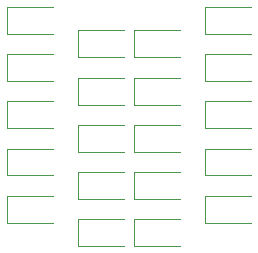
<source format=gbr>
%TF.GenerationSoftware,KiCad,Pcbnew,8.0.3*%
%TF.CreationDate,2024-07-13T00:09:23+02:00*%
%TF.ProjectId,Led Nixie,4c656420-4e69-4786-9965-2e6b69636164,rev?*%
%TF.SameCoordinates,Original*%
%TF.FileFunction,Legend,Top*%
%TF.FilePolarity,Positive*%
%FSLAX46Y46*%
G04 Gerber Fmt 4.6, Leading zero omitted, Abs format (unit mm)*
G04 Created by KiCad (PCBNEW 8.0.3) date 2024-07-13 00:09:23*
%MOMM*%
%LPD*%
G01*
G04 APERTURE LIST*
%ADD10C,0.120000*%
G04 APERTURE END LIST*
D10*
%TO.C,D20*%
X95365000Y-47865000D02*
X95365000Y-50135000D01*
X95365000Y-50135000D02*
X99250000Y-50135000D01*
X99250000Y-47865000D02*
X95365000Y-47865000D01*
%TO.C,D19*%
X100065000Y-47865000D02*
X100065000Y-50135000D01*
X100065000Y-50135000D02*
X103950000Y-50135000D01*
X103950000Y-47865000D02*
X100065000Y-47865000D01*
%TO.C,D18*%
X89315000Y-45865000D02*
X89315000Y-48135000D01*
X89315000Y-48135000D02*
X93200000Y-48135000D01*
X93200000Y-45865000D02*
X89315000Y-45865000D01*
%TO.C,D17*%
X106115000Y-45865000D02*
X106115000Y-48135000D01*
X106115000Y-48135000D02*
X110000000Y-48135000D01*
X110000000Y-45865000D02*
X106115000Y-45865000D01*
%TO.C,D16*%
X95315000Y-43865000D02*
X95315000Y-46135000D01*
X95315000Y-46135000D02*
X99200000Y-46135000D01*
X99200000Y-43865000D02*
X95315000Y-43865000D01*
%TO.C,D15*%
X100065000Y-43865000D02*
X100065000Y-46135000D01*
X100065000Y-46135000D02*
X103950000Y-46135000D01*
X103950000Y-43865000D02*
X100065000Y-43865000D01*
%TO.C,D14*%
X89315000Y-41865000D02*
X89315000Y-44135000D01*
X89315000Y-44135000D02*
X93200000Y-44135000D01*
X93200000Y-41865000D02*
X89315000Y-41865000D01*
%TO.C,D13*%
X106115000Y-41865000D02*
X106115000Y-44135000D01*
X106115000Y-44135000D02*
X110000000Y-44135000D01*
X110000000Y-41865000D02*
X106115000Y-41865000D01*
%TO.C,D12*%
X95315000Y-39865000D02*
X95315000Y-42135000D01*
X95315000Y-42135000D02*
X99200000Y-42135000D01*
X99200000Y-39865000D02*
X95315000Y-39865000D01*
%TO.C,D11*%
X100065000Y-39865000D02*
X100065000Y-42135000D01*
X100065000Y-42135000D02*
X103950000Y-42135000D01*
X103950000Y-39865000D02*
X100065000Y-39865000D01*
%TO.C,D10*%
X89315000Y-37865000D02*
X89315000Y-40135000D01*
X89315000Y-40135000D02*
X93200000Y-40135000D01*
X93200000Y-37865000D02*
X89315000Y-37865000D01*
%TO.C,D9*%
X106115000Y-37865000D02*
X106115000Y-40135000D01*
X106115000Y-40135000D02*
X110000000Y-40135000D01*
X110000000Y-37865000D02*
X106115000Y-37865000D01*
%TO.C,D8*%
X95315000Y-35865000D02*
X95315000Y-38135000D01*
X95315000Y-38135000D02*
X99200000Y-38135000D01*
X99200000Y-35865000D02*
X95315000Y-35865000D01*
%TO.C,D7*%
X100065000Y-35865000D02*
X100065000Y-38135000D01*
X100065000Y-38135000D02*
X103950000Y-38135000D01*
X103950000Y-35865000D02*
X100065000Y-35865000D01*
%TO.C,D6*%
X89315000Y-33865000D02*
X89315000Y-36135000D01*
X89315000Y-36135000D02*
X93200000Y-36135000D01*
X93200000Y-33865000D02*
X89315000Y-33865000D01*
%TO.C,D5*%
X106115000Y-33865000D02*
X106115000Y-36135000D01*
X106115000Y-36135000D02*
X110000000Y-36135000D01*
X110000000Y-33865000D02*
X106115000Y-33865000D01*
%TO.C,D4*%
X95365000Y-31865000D02*
X95365000Y-34135000D01*
X95365000Y-34135000D02*
X99250000Y-34135000D01*
X99250000Y-31865000D02*
X95365000Y-31865000D01*
%TO.C,D3*%
X100065000Y-31865000D02*
X100065000Y-34135000D01*
X100065000Y-34135000D02*
X103950000Y-34135000D01*
X103950000Y-31865000D02*
X100065000Y-31865000D01*
%TO.C,D2*%
X89315000Y-29865000D02*
X89315000Y-32135000D01*
X89315000Y-32135000D02*
X93200000Y-32135000D01*
X93200000Y-29865000D02*
X89315000Y-29865000D01*
%TO.C,D1*%
X106115000Y-29865000D02*
X106115000Y-32135000D01*
X106115000Y-32135000D02*
X110000000Y-32135000D01*
X110000000Y-29865000D02*
X106115000Y-29865000D01*
%TD*%
M02*

</source>
